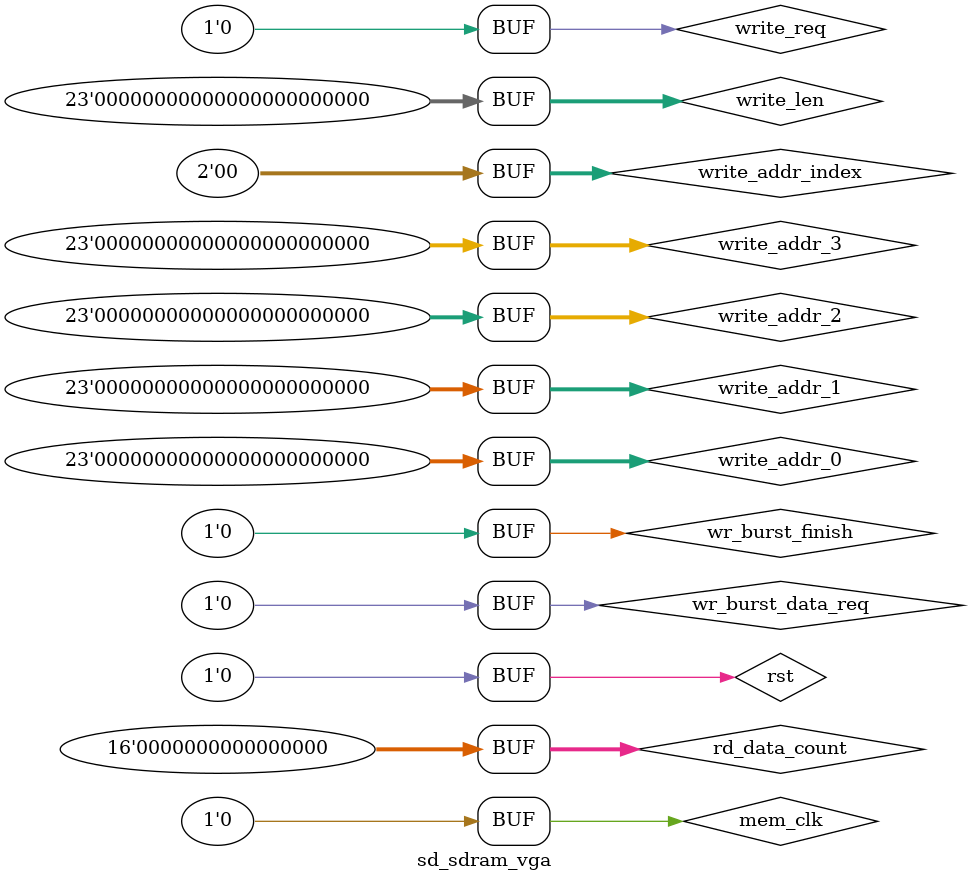
<source format=v>
`timescale 1ns / 1ps


module sd_sdram_vga;

	// Inputs
	reg rst;
	reg mem_clk;
	reg wr_burst_data_req;
	reg wr_burst_finish;
	reg write_req;
	reg [22:0] write_addr_0;
	reg [22:0] write_addr_1;
	reg [22:0] write_addr_2;
	reg [22:0] write_addr_3;
	reg [1:0] write_addr_index;
	reg [22:0] write_len;
	reg [15:0] rd_data_count;

	// Outputs
	wire wr_burst_req;
	wire [9:0] wr_burst_len;
	wire [22:0] wr_burst_addr;
	wire write_req_ack;
	wire write_finish;
	wire fifo_aclr;

	// Instantiate the Unit Under Test (UUT)
	frame_fifo_write uut (
		.rst(rst), 
		.mem_clk(mem_clk), 
		.wr_burst_req(wr_burst_req), 
		.wr_burst_len(wr_burst_len), 
		.wr_burst_addr(wr_burst_addr), 
		.wr_burst_data_req(wr_burst_data_req), 
		.wr_burst_finish(wr_burst_finish), 
		.write_req(write_req), 
		.write_req_ack(write_req_ack), 
		.write_finish(write_finish), 
		.write_addr_0(write_addr_0), 
		.write_addr_1(write_addr_1), 
		.write_addr_2(write_addr_2), 
		.write_addr_3(write_addr_3), 
		.write_addr_index(write_addr_index), 
		.write_len(write_len), 
		.fifo_aclr(fifo_aclr), 
		.rd_data_count(rd_data_count)
	);

	initial begin
		// Initialize Inputs
		rst = 0;
		mem_clk = 0;
		wr_burst_data_req = 0;
		wr_burst_finish = 0;
		write_req = 0;
		write_addr_0 = 0;
		write_addr_1 = 0;
		write_addr_2 = 0;
		write_addr_3 = 0;
		write_addr_index = 0;
		write_len = 0;
		rd_data_count = 0;

		// Wait 100 ns for global reset to finish
		#100;
        
		// Add stimulus here

	end
      
endmodule


</source>
